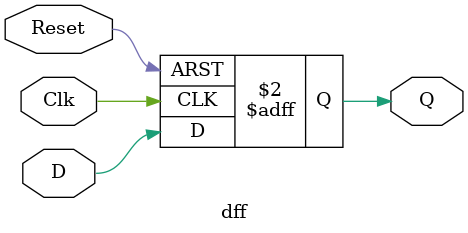
<source format=v>
module dff(
	input Clk, Reset, D,  
	output reg Q
);
	always @(posedge Clk or posedge Reset) begin
		if (Reset)
			Q <= 1'b1;
		else
			Q <= D;
	end
	
endmodule

</source>
